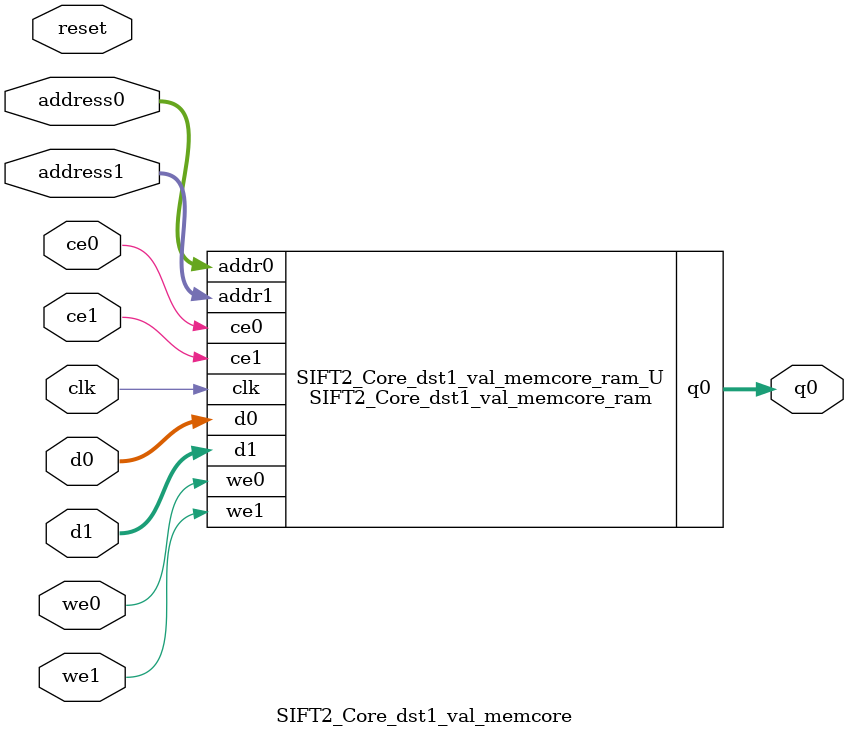
<source format=v>

`timescale 1 ns / 1 ps
module SIFT2_Core_dst1_val_memcore_ram (addr0, ce0, d0, we0, q0, addr1, ce1, d1, we1,  clk);

parameter DWIDTH = 8;
parameter AWIDTH = 11;
parameter MEM_SIZE = 2048;

input[AWIDTH-1:0] addr0;
input ce0;
input[DWIDTH-1:0] d0;
input we0;
output reg[DWIDTH-1:0] q0;
input[AWIDTH-1:0] addr1;
input ce1;
input[DWIDTH-1:0] d1;
input we1;
input clk;

(* ram_style = "block" *)reg [DWIDTH-1:0] ram[0:MEM_SIZE-1];




always @(posedge clk)  
begin 
    if (ce0) 
    begin
        if (we0) 
        begin 
            ram[addr0] <= d0; 
            q0 <= d0;
        end 
        else 
            q0 <= ram[addr0];
    end
end


always @(posedge clk)  
begin 
    if (ce1) 
    begin
        if (we1) 
        begin 
            ram[addr1] <= d1; 
        end 
    end
end


endmodule


`timescale 1 ns / 1 ps
module SIFT2_Core_dst1_val_memcore(
    reset,
    clk,
    address0,
    ce0,
    we0,
    d0,
    q0,
    address1,
    ce1,
    we1,
    d1);

parameter DataWidth = 32'd8;
parameter AddressRange = 32'd2048;
parameter AddressWidth = 32'd11;
input reset;
input clk;
input[AddressWidth - 1:0] address0;
input ce0;
input we0;
input[DataWidth - 1:0] d0;
output[DataWidth - 1:0] q0;
input[AddressWidth - 1:0] address1;
input ce1;
input we1;
input[DataWidth - 1:0] d1;



SIFT2_Core_dst1_val_memcore_ram SIFT2_Core_dst1_val_memcore_ram_U(
    .clk( clk ),
    .addr0( address0 ),
    .ce0( ce0 ),
    .we0( we0 ),
    .d0( d0 ),
    .q0( q0 ),
    .addr1( address1 ),
    .ce1( ce1 ),
    .we1( we1 ),
    .d1( d1 ));

endmodule


</source>
